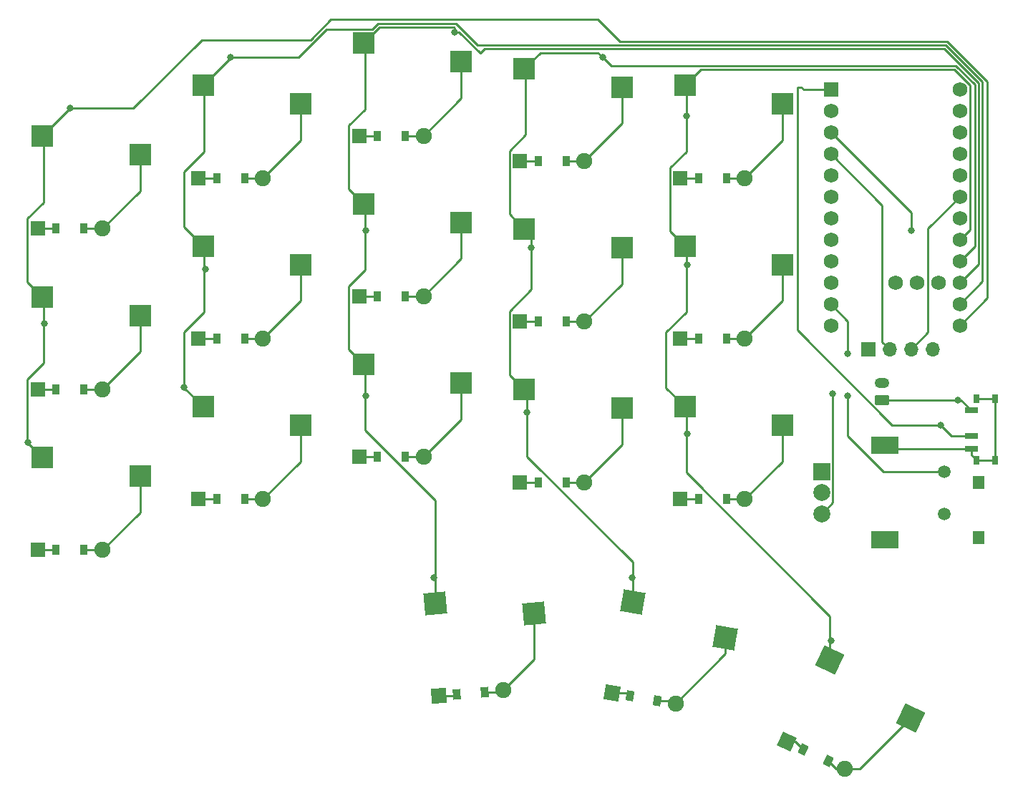
<source format=gbr>
%TF.GenerationSoftware,KiCad,Pcbnew,8.0.1*%
%TF.CreationDate,2024-03-26T11:55:02+01:00*%
%TF.ProjectId,main_board,6d61696e-5f62-46f6-9172-642e6b696361,v1.0.0*%
%TF.SameCoordinates,Original*%
%TF.FileFunction,Copper,L2,Bot*%
%TF.FilePolarity,Positive*%
%FSLAX46Y46*%
G04 Gerber Fmt 4.6, Leading zero omitted, Abs format (unit mm)*
G04 Created by KiCad (PCBNEW 8.0.1) date 2024-03-26 11:55:02*
%MOMM*%
%LPD*%
G01*
G04 APERTURE LIST*
G04 Aperture macros list*
%AMRoundRect*
0 Rectangle with rounded corners*
0 $1 Rounding radius*
0 $2 $3 $4 $5 $6 $7 $8 $9 X,Y pos of 4 corners*
0 Add a 4 corners polygon primitive as box body*
4,1,4,$2,$3,$4,$5,$6,$7,$8,$9,$2,$3,0*
0 Add four circle primitives for the rounded corners*
1,1,$1+$1,$2,$3*
1,1,$1+$1,$4,$5*
1,1,$1+$1,$6,$7*
1,1,$1+$1,$8,$9*
0 Add four rect primitives between the rounded corners*
20,1,$1+$1,$2,$3,$4,$5,0*
20,1,$1+$1,$4,$5,$6,$7,0*
20,1,$1+$1,$6,$7,$8,$9,0*
20,1,$1+$1,$8,$9,$2,$3,0*%
%AMRotRect*
0 Rectangle, with rotation*
0 The origin of the aperture is its center*
0 $1 length*
0 $2 width*
0 $3 Rotation angle, in degrees counterclockwise*
0 Add horizontal line*
21,1,$1,$2,0,0,$3*%
G04 Aperture macros list end*
%TA.AperFunction,ComponentPad*%
%ADD10R,1.778000X1.778000*%
%TD*%
%TA.AperFunction,SMDPad,CuDef*%
%ADD11R,0.900000X1.200000*%
%TD*%
%TA.AperFunction,ComponentPad*%
%ADD12C,1.905000*%
%TD*%
%TA.AperFunction,ComponentPad*%
%ADD13R,3.200000X2.000000*%
%TD*%
%TA.AperFunction,ComponentPad*%
%ADD14C,1.500000*%
%TD*%
%TA.AperFunction,ComponentPad*%
%ADD15R,2.000000X2.000000*%
%TD*%
%TA.AperFunction,ComponentPad*%
%ADD16C,2.000000*%
%TD*%
%TA.AperFunction,SMDPad,CuDef*%
%ADD17R,2.600000X2.600000*%
%TD*%
%TA.AperFunction,SMDPad,CuDef*%
%ADD18RotRect,2.600000X2.600000X350.000000*%
%TD*%
%TA.AperFunction,ComponentPad*%
%ADD19RotRect,1.778000X1.778000X335.000000*%
%TD*%
%TA.AperFunction,SMDPad,CuDef*%
%ADD20RotRect,0.900000X1.200000X335.000000*%
%TD*%
%TA.AperFunction,SMDPad,CuDef*%
%ADD21RotRect,2.600000X2.600000X5.000000*%
%TD*%
%TA.AperFunction,ComponentPad*%
%ADD22RotRect,1.778000X1.778000X350.000000*%
%TD*%
%TA.AperFunction,SMDPad,CuDef*%
%ADD23RotRect,0.900000X1.200000X350.000000*%
%TD*%
%TA.AperFunction,ComponentPad*%
%ADD24R,1.400000X1.500000*%
%TD*%
%TA.AperFunction,ComponentPad*%
%ADD25R,1.752600X1.752600*%
%TD*%
%TA.AperFunction,ComponentPad*%
%ADD26C,1.752600*%
%TD*%
%TA.AperFunction,ComponentPad*%
%ADD27R,1.700000X1.700000*%
%TD*%
%TA.AperFunction,ComponentPad*%
%ADD28O,1.700000X1.700000*%
%TD*%
%TA.AperFunction,SMDPad,CuDef*%
%ADD29RotRect,2.600000X2.600000X335.000000*%
%TD*%
%TA.AperFunction,ComponentPad*%
%ADD30RoundRect,0.250000X0.625000X-0.350000X0.625000X0.350000X-0.625000X0.350000X-0.625000X-0.350000X0*%
%TD*%
%TA.AperFunction,ComponentPad*%
%ADD31O,1.750000X1.200000*%
%TD*%
%TA.AperFunction,SMDPad,CuDef*%
%ADD32R,0.800000X1.000000*%
%TD*%
%TA.AperFunction,SMDPad,CuDef*%
%ADD33R,1.500000X0.700000*%
%TD*%
%TA.AperFunction,ComponentPad*%
%ADD34RotRect,1.778000X1.778000X5.000000*%
%TD*%
%TA.AperFunction,SMDPad,CuDef*%
%ADD35RotRect,0.900000X1.200000X5.000000*%
%TD*%
%TA.AperFunction,ViaPad*%
%ADD36C,0.800000*%
%TD*%
%TA.AperFunction,Conductor*%
%ADD37C,0.250000*%
%TD*%
G04 APERTURE END LIST*
D10*
%TO.P,D3,1*%
%TO.N,P21*%
X187190000Y-54250000D03*
D11*
X189350000Y-54250000D03*
%TO.P,D3,2*%
%TO.N,pinky_top*%
X192650000Y-54250000D03*
D12*
X194810000Y-54250000D03*
%TD*%
D13*
%TO.P,ROT1,*%
%TO.N,*%
X287380000Y-79860000D03*
X287380000Y-91060000D03*
D14*
%TO.P,ROT1,1*%
%TO.N,P16*%
X294380000Y-82960000D03*
%TO.P,ROT1,2*%
%TO.N,GND*%
X294380000Y-87960000D03*
D15*
%TO.P,ROT1,A*%
%TO.N,P15*%
X279880000Y-82960000D03*
D16*
%TO.P,ROT1,B*%
%TO.N,P14*%
X279880000Y-87960000D03*
%TO.P,ROT1,C*%
%TO.N,GND*%
X279880000Y-85460000D03*
%TD*%
D17*
%TO.P,S3,1*%
%TO.N,P9*%
X187725000Y-43300000D03*
%TO.P,S3,2*%
%TO.N,pinky_top*%
X199275000Y-45500000D03*
%TD*%
D18*
%TO.P,S17,1*%
%TO.N,P6*%
X257525767Y-98439132D03*
%TO.P,S17,2*%
%TO.N,layer_cluster*%
X268518271Y-102611346D03*
%TD*%
D19*
%TO.P,D18,1*%
%TO.N,P18*%
X275759281Y-114933613D03*
D20*
X277716906Y-115846469D03*
%TO.P,D18,2*%
%TO.N,space_cluster*%
X280707722Y-117241109D03*
D12*
X282665347Y-118153965D03*
%TD*%
D17*
%TO.P,S1,1*%
%TO.N,P9*%
X187725000Y-81300000D03*
%TO.P,S1,2*%
%TO.N,pinky_bottom*%
X199275000Y-83500000D03*
%TD*%
D21*
%TO.P,S16,1*%
%TO.N,P7*%
X234196639Y-98567781D03*
%TO.P,S16,2*%
%TO.N,mod_cluster*%
X245894430Y-99752760D03*
%TD*%
D17*
%TO.P,S15,1*%
%TO.N,P5*%
X263725000Y-37300000D03*
%TO.P,S15,2*%
%TO.N,inner_top*%
X275275000Y-39500000D03*
%TD*%
D10*
%TO.P,D15,1*%
%TO.N,P21*%
X263190000Y-48250000D03*
D11*
X265350000Y-48250000D03*
%TO.P,D15,2*%
%TO.N,inner_top*%
X268650000Y-48250000D03*
D12*
X270810000Y-48250000D03*
%TD*%
D17*
%TO.P,S14,1*%
%TO.N,P5*%
X263725000Y-56300000D03*
%TO.P,S14,2*%
%TO.N,inner_home*%
X275275000Y-58500000D03*
%TD*%
%TO.P,S9,1*%
%TO.N,P7*%
X225725000Y-32300000D03*
%TO.P,S9,2*%
%TO.N,middle_top*%
X237275000Y-34500000D03*
%TD*%
D22*
%TO.P,D17,1*%
%TO.N,P18*%
X255097445Y-109129875D03*
D23*
X257224632Y-109504956D03*
%TO.P,D17,2*%
%TO.N,layer_cluster*%
X260474498Y-110077994D03*
D12*
X262601685Y-110453075D03*
%TD*%
D10*
%TO.P,D8,1*%
%TO.N,P20*%
X225190000Y-62250000D03*
D11*
X227350000Y-62250000D03*
%TO.P,D8,2*%
%TO.N,middle_home*%
X230650000Y-62250000D03*
D12*
X232810000Y-62250000D03*
%TD*%
D17*
%TO.P,S10,1*%
%TO.N,P6*%
X244725000Y-73300000D03*
%TO.P,S10,2*%
%TO.N,index_bottom*%
X256275000Y-75500000D03*
%TD*%
D10*
%TO.P,D6,1*%
%TO.N,P21*%
X206190000Y-48250000D03*
D11*
X208350000Y-48250000D03*
%TO.P,D6,2*%
%TO.N,ring_top*%
X211650000Y-48250000D03*
D12*
X213810000Y-48250000D03*
%TD*%
D10*
%TO.P,D4,1*%
%TO.N,P19*%
X206190000Y-86250000D03*
D11*
X208350000Y-86250000D03*
%TO.P,D4,2*%
%TO.N,ring_bottom*%
X211650000Y-86250000D03*
D12*
X213810000Y-86250000D03*
%TD*%
D17*
%TO.P,S4,1*%
%TO.N,P8*%
X206725000Y-75300000D03*
%TO.P,S4,2*%
%TO.N,ring_bottom*%
X218275000Y-77500000D03*
%TD*%
%TO.P,S6,1*%
%TO.N,P8*%
X206725000Y-37300000D03*
%TO.P,S6,2*%
%TO.N,ring_top*%
X218275000Y-39500000D03*
%TD*%
D10*
%TO.P,D5,1*%
%TO.N,P20*%
X206190000Y-67250000D03*
D11*
X208350000Y-67250000D03*
%TO.P,D5,2*%
%TO.N,ring_home*%
X211650000Y-67250000D03*
D12*
X213810000Y-67250000D03*
%TD*%
D10*
%TO.P,D12,1*%
%TO.N,P21*%
X244190000Y-46250000D03*
D11*
X246350000Y-46250000D03*
%TO.P,D12,2*%
%TO.N,index_top*%
X249650000Y-46250000D03*
D12*
X251810000Y-46250000D03*
%TD*%
D24*
%TO.P,S19,1*%
%TO.N,RST*%
X298500000Y-90750000D03*
%TO.P,S19,2*%
%TO.N,GND*%
X298500000Y-84250000D03*
%TD*%
D17*
%TO.P,S11,1*%
%TO.N,P6*%
X244725000Y-54300000D03*
%TO.P,S11,2*%
%TO.N,index_home*%
X256275000Y-56500000D03*
%TD*%
D10*
%TO.P,D1,1*%
%TO.N,P19*%
X187190000Y-92250000D03*
D11*
X189350000Y-92250000D03*
%TO.P,D1,2*%
%TO.N,pinky_bottom*%
X192650000Y-92250000D03*
D12*
X194810000Y-92250000D03*
%TD*%
D10*
%TO.P,D9,1*%
%TO.N,P21*%
X225190000Y-43250000D03*
D11*
X227350000Y-43250000D03*
%TO.P,D9,2*%
%TO.N,middle_top*%
X230650000Y-43250000D03*
D12*
X232810000Y-43250000D03*
%TD*%
D17*
%TO.P,S8,1*%
%TO.N,P7*%
X225725000Y-51300000D03*
%TO.P,S8,2*%
%TO.N,middle_home*%
X237275000Y-53500000D03*
%TD*%
D10*
%TO.P,D10,1*%
%TO.N,P19*%
X244190000Y-84250000D03*
D11*
X246350000Y-84250000D03*
%TO.P,D10,2*%
%TO.N,index_bottom*%
X249650000Y-84250000D03*
D12*
X251810000Y-84250000D03*
%TD*%
D25*
%TO.P,MCU1,1*%
%TO.N,RAW*%
X280980000Y-37780000D03*
D26*
%TO.P,MCU1,2*%
%TO.N,GND*%
X280980000Y-40320000D03*
%TO.P,MCU1,3*%
%TO.N,RST*%
X280980000Y-42860000D03*
%TO.P,MCU1,4*%
%TO.N,VCC*%
X280980000Y-45400000D03*
%TO.P,MCU1,5*%
%TO.N,P21*%
X280980000Y-47940000D03*
%TO.P,MCU1,6*%
%TO.N,P20*%
X280980000Y-50480000D03*
%TO.P,MCU1,7*%
%TO.N,P19*%
X280980000Y-53020000D03*
%TO.P,MCU1,8*%
%TO.N,P18*%
X280980000Y-55560000D03*
%TO.P,MCU1,9*%
%TO.N,P15*%
X280980000Y-58100000D03*
%TO.P,MCU1,10*%
%TO.N,P14*%
X280980000Y-60640000D03*
%TO.P,MCU1,11*%
%TO.N,P16*%
X280980000Y-63180000D03*
%TO.P,MCU1,12*%
%TO.N,P10*%
X280980000Y-65720000D03*
%TO.P,MCU1,13*%
%TO.N,P1*%
X296220000Y-37780000D03*
%TO.P,MCU1,14*%
%TO.N,P0*%
X296220000Y-40320000D03*
%TO.P,MCU1,15*%
%TO.N,GND*%
X296220000Y-42860000D03*
%TO.P,MCU1,16*%
X296220000Y-45400000D03*
%TO.P,MCU1,17*%
%TO.N,P2*%
X296220000Y-47940000D03*
%TO.P,MCU1,18*%
%TO.N,P3*%
X296220000Y-50480000D03*
%TO.P,MCU1,19*%
%TO.N,P4*%
X296220000Y-53020000D03*
%TO.P,MCU1,20*%
%TO.N,P5*%
X296220000Y-55560000D03*
%TO.P,MCU1,21*%
%TO.N,P6*%
X296220000Y-58100000D03*
%TO.P,MCU1,22*%
%TO.N,P7*%
X296220000Y-60640000D03*
%TO.P,MCU1,23*%
%TO.N,P8*%
X296220000Y-63180000D03*
%TO.P,MCU1,24*%
%TO.N,P9*%
X296220000Y-65720000D03*
%TO.P,MCU1,25*%
%TO.N,NN_101*%
X293680000Y-60640000D03*
%TO.P,MCU1,26*%
%TO.N,NN_102*%
X291140000Y-60640000D03*
%TO.P,MCU1,27*%
%TO.N,NN_107*%
X288600000Y-60640000D03*
%TD*%
D17*
%TO.P,S7,1*%
%TO.N,P7*%
X225725000Y-70300000D03*
%TO.P,S7,2*%
%TO.N,middle_bottom*%
X237275000Y-72500000D03*
%TD*%
D27*
%TO.P,OLED1,1*%
%TO.N,GND*%
X285380000Y-68500000D03*
D28*
%TO.P,OLED1,2*%
%TO.N,VCC*%
X287920000Y-68500000D03*
%TO.P,OLED1,3*%
%TO.N,P3*%
X290460000Y-68500000D03*
%TO.P,OLED1,4*%
%TO.N,P2*%
X293000000Y-68500000D03*
%TD*%
D29*
%TO.P,S18,1*%
%TO.N,P5*%
X280871826Y-105235644D03*
%TO.P,S18,2*%
%TO.N,space_cluster*%
X290409920Y-112110762D03*
%TD*%
D30*
%TO.P,_1,1*%
%TO.N,pos*%
X287050000Y-74500000D03*
D31*
%TO.P,_1,2*%
%TO.N,GND*%
X287050000Y-72500000D03*
%TD*%
D10*
%TO.P,D14,1*%
%TO.N,P20*%
X263190000Y-67250000D03*
D11*
X265350000Y-67250000D03*
%TO.P,D14,2*%
%TO.N,inner_home*%
X268650000Y-67250000D03*
D12*
X270810000Y-67250000D03*
%TD*%
D10*
%TO.P,D13,1*%
%TO.N,P19*%
X263190000Y-86250000D03*
D11*
X265350000Y-86250000D03*
%TO.P,D13,2*%
%TO.N,inner_bottom*%
X268650000Y-86250000D03*
D12*
X270810000Y-86250000D03*
%TD*%
D17*
%TO.P,S13,1*%
%TO.N,P5*%
X263725000Y-75300000D03*
%TO.P,S13,2*%
%TO.N,inner_bottom*%
X275275000Y-77500000D03*
%TD*%
D10*
%TO.P,D7,1*%
%TO.N,P19*%
X225190000Y-81250000D03*
D11*
X227350000Y-81250000D03*
%TO.P,D7,2*%
%TO.N,middle_bottom*%
X230650000Y-81250000D03*
D12*
X232810000Y-81250000D03*
%TD*%
D17*
%TO.P,S2,1*%
%TO.N,P9*%
X187725000Y-62300000D03*
%TO.P,S2,2*%
%TO.N,pinky_home*%
X199275000Y-64500000D03*
%TD*%
D32*
%TO.P,T1,*%
%TO.N,*%
X298220000Y-81650000D03*
X300430000Y-81650000D03*
D33*
X297570000Y-80250000D03*
D32*
X298220000Y-74350000D03*
X300430000Y-74350000D03*
D33*
%TO.P,T1,1*%
%TO.N,pos*%
X297570000Y-75750000D03*
%TO.P,T1,2*%
%TO.N,RAW*%
X297570000Y-78750000D03*
%TD*%
D10*
%TO.P,D2,1*%
%TO.N,P20*%
X187190000Y-73250000D03*
D11*
X189350000Y-73250000D03*
%TO.P,D2,2*%
%TO.N,pinky_home*%
X192650000Y-73250000D03*
D12*
X194810000Y-73250000D03*
%TD*%
D17*
%TO.P,S12,1*%
%TO.N,P6*%
X244725000Y-35300000D03*
%TO.P,S12,2*%
%TO.N,index_top*%
X256275000Y-37500000D03*
%TD*%
%TO.P,S5,1*%
%TO.N,P8*%
X206725000Y-56300000D03*
%TO.P,S5,2*%
%TO.N,ring_home*%
X218275000Y-58500000D03*
%TD*%
D10*
%TO.P,D11,1*%
%TO.N,P20*%
X244190000Y-65250000D03*
D11*
X246350000Y-65250000D03*
%TO.P,D11,2*%
%TO.N,index_home*%
X249650000Y-65250000D03*
D12*
X251810000Y-65250000D03*
%TD*%
D34*
%TO.P,D16,1*%
%TO.N,P18*%
X234618030Y-109522740D03*
D35*
X236769811Y-109334484D03*
%TO.P,D16,2*%
%TO.N,mod_cluster*%
X240057253Y-109046870D03*
D12*
X242209034Y-108858614D03*
%TD*%
D36*
%TO.N,P14*%
X281205000Y-73795000D03*
%TO.N,P16*%
X283000000Y-74000000D03*
X283000000Y-69000000D03*
%TO.N,P7*%
X236500000Y-31000000D03*
X226000000Y-74000000D03*
X234000000Y-95500000D03*
X226000000Y-54500000D03*
%TO.N,P9*%
X188000000Y-65500000D03*
X191000000Y-40000000D03*
X186000000Y-79500000D03*
%TO.N,RAW*%
X294000000Y-77500000D03*
%TO.N,RST*%
X290500000Y-54500000D03*
%TO.N,P5*%
X263908902Y-40942671D03*
X281000000Y-103000000D03*
X264000000Y-78500000D03*
X264000000Y-58500000D03*
%TO.N,P6*%
X254000000Y-34000000D03*
X245500000Y-56500000D03*
X257500000Y-95500000D03*
X245000000Y-76000000D03*
%TO.N,P8*%
X210000000Y-34000000D03*
X207000000Y-59000000D03*
X204500000Y-73000000D03*
%TO.N,pos*%
X296000000Y-74500000D03*
%TD*%
D37*
%TO.N,*%
X297570000Y-80250000D02*
X287770000Y-80250000D01*
X287770000Y-80250000D02*
X287380000Y-79860000D01*
X298220000Y-74350000D02*
X300430000Y-74350000D01*
X298220000Y-81650000D02*
X300430000Y-81650000D01*
X297570000Y-81000000D02*
X298220000Y-81650000D01*
X297570000Y-80250000D02*
X297570000Y-81000000D01*
X300430000Y-74350000D02*
X300430000Y-81650000D01*
%TO.N,P14*%
X281205000Y-73795000D02*
X281205000Y-86635000D01*
X281205000Y-86635000D02*
X279880000Y-87960000D01*
%TO.N,pinky_bottom*%
X192650000Y-92250000D02*
X194810000Y-92250000D01*
X199275000Y-87785000D02*
X194810000Y-92250000D01*
X199275000Y-83500000D02*
X199275000Y-87785000D01*
%TO.N,pinky_home*%
X199275000Y-64500000D02*
X199275000Y-68785000D01*
X192650000Y-73250000D02*
X194810000Y-73250000D01*
X199275000Y-68785000D02*
X194810000Y-73250000D01*
%TO.N,pinky_top*%
X199275000Y-49785000D02*
X194810000Y-54250000D01*
X192650000Y-54250000D02*
X194810000Y-54250000D01*
X199275000Y-45500000D02*
X199275000Y-49785000D01*
%TO.N,P16*%
X287230000Y-82960000D02*
X283000000Y-78730000D01*
X283000000Y-78730000D02*
X283000000Y-74000000D01*
X294380000Y-82960000D02*
X287230000Y-82960000D01*
X280980000Y-63180000D02*
X283000000Y-65200000D01*
X283000000Y-65200000D02*
X283000000Y-69000000D01*
%TO.N,ring_bottom*%
X218275000Y-81785000D02*
X213810000Y-86250000D01*
X213810000Y-86250000D02*
X211650000Y-86250000D01*
X218275000Y-77500000D02*
X218275000Y-81785000D01*
%TO.N,ring_home*%
X211650000Y-67250000D02*
X213810000Y-67250000D01*
X218275000Y-62785000D02*
X213810000Y-67250000D01*
X218275000Y-58500000D02*
X218275000Y-62785000D01*
%TO.N,ring_top*%
X218275000Y-43785000D02*
X213810000Y-48250000D01*
X218275000Y-39500000D02*
X218275000Y-43785000D01*
X211650000Y-48250000D02*
X213810000Y-48250000D01*
%TO.N,middle_bottom*%
X230650000Y-81250000D02*
X232810000Y-81250000D01*
X237275000Y-72500000D02*
X237275000Y-76785000D01*
X237275000Y-76785000D02*
X232810000Y-81250000D01*
%TO.N,middle_home*%
X237275000Y-53500000D02*
X237275000Y-57785000D01*
X232810000Y-62250000D02*
X230650000Y-62250000D01*
X237275000Y-57785000D02*
X232810000Y-62250000D01*
%TO.N,middle_top*%
X237275000Y-38785000D02*
X232810000Y-43250000D01*
X230650000Y-43250000D02*
X232810000Y-43250000D01*
X237275000Y-34500000D02*
X237275000Y-38785000D01*
%TO.N,P7*%
X234196639Y-95303361D02*
X234000000Y-95500000D01*
X225875000Y-54625000D02*
X225875000Y-59137000D01*
X223976000Y-42036000D02*
X223976000Y-49551000D01*
X225725000Y-32300000D02*
X225875000Y-32450000D01*
X227600000Y-30425000D02*
X236425000Y-30425000D01*
X226000000Y-54500000D02*
X225875000Y-54625000D01*
X236425000Y-30425000D02*
X236500000Y-30500000D01*
X225875000Y-54375000D02*
X226000000Y-54500000D01*
X294386687Y-32975000D02*
X298450000Y-37038313D01*
X225875000Y-74125000D02*
X225875000Y-78075000D01*
X225875000Y-51450000D02*
X225875000Y-54375000D01*
X236500000Y-30500000D02*
X236500000Y-31000000D01*
X234000000Y-95500000D02*
X234196639Y-95696639D01*
X225875000Y-73875000D02*
X226000000Y-74000000D01*
X237000000Y-31000000D02*
X239500000Y-33500000D01*
X225875000Y-70450000D02*
X225875000Y-73875000D01*
X298450000Y-37038313D02*
X298450000Y-58410000D01*
X225725000Y-51300000D02*
X225875000Y-51450000D01*
X234196639Y-95696639D02*
X234196639Y-98567781D01*
X225725000Y-70300000D02*
X225875000Y-70450000D01*
X223976000Y-68551000D02*
X225725000Y-70300000D01*
X225875000Y-59137000D02*
X223976000Y-61036000D01*
X234196639Y-86396639D02*
X234196639Y-95303361D01*
X223976000Y-61036000D02*
X223976000Y-68551000D01*
X226000000Y-74000000D02*
X225875000Y-74125000D01*
X236500000Y-31000000D02*
X237000000Y-31000000D01*
X239500000Y-33500000D02*
X240025000Y-32975000D01*
X298450000Y-58410000D02*
X296220000Y-60640000D01*
X225875000Y-40137000D02*
X223976000Y-42036000D01*
X223976000Y-49551000D02*
X225725000Y-51300000D01*
X240025000Y-32975000D02*
X294386687Y-32975000D01*
X225875000Y-78075000D02*
X234196639Y-86396639D01*
X225725000Y-32300000D02*
X227600000Y-30425000D01*
X225875000Y-32450000D02*
X225875000Y-40137000D01*
%TO.N,index_bottom*%
X256275000Y-79785000D02*
X251810000Y-84250000D01*
X249650000Y-84250000D02*
X251810000Y-84250000D01*
X256275000Y-75500000D02*
X256275000Y-79785000D01*
%TO.N,index_home*%
X256275000Y-56500000D02*
X256275000Y-60785000D01*
X251810000Y-65250000D02*
X249650000Y-65250000D01*
X256275000Y-60785000D02*
X251810000Y-65250000D01*
%TO.N,index_top*%
X256275000Y-41785000D02*
X251810000Y-46250000D01*
X249650000Y-46250000D02*
X251810000Y-46250000D01*
X256275000Y-37500000D02*
X256275000Y-41785000D01*
%TO.N,P9*%
X299500000Y-36815521D02*
X299500000Y-62440000D01*
X253450000Y-29525000D02*
X256000000Y-32075000D01*
X188000000Y-65500000D02*
X187875000Y-65625000D01*
X187725000Y-43300000D02*
X191000000Y-40025000D01*
X191000000Y-40000000D02*
X191025000Y-40000000D01*
X187875000Y-62875000D02*
X187875000Y-65375000D01*
X186000000Y-79500000D02*
X185976000Y-79524000D01*
X191025000Y-40000000D02*
X198500000Y-40000000D01*
X294759479Y-32075000D02*
X299500000Y-36815521D01*
X187725000Y-43300000D02*
X187875000Y-43450000D01*
X187875000Y-70137000D02*
X185976000Y-72036000D01*
X256000000Y-32075000D02*
X294759479Y-32075000D01*
X185976000Y-60551000D02*
X187725000Y-62300000D01*
X185976000Y-79551000D02*
X187725000Y-81300000D01*
X299500000Y-62440000D02*
X296220000Y-65720000D01*
X191000000Y-40025000D02*
X191000000Y-40000000D01*
X187875000Y-43450000D02*
X187875000Y-51125000D01*
X206568198Y-31931802D02*
X219431802Y-31931802D01*
X187875000Y-65375000D02*
X188000000Y-65500000D01*
X185976000Y-79524000D02*
X185976000Y-79551000D01*
X198500000Y-40000000D02*
X206568198Y-31931802D01*
X191025000Y-40000000D02*
X191025000Y-40000000D01*
X185976000Y-53024000D02*
X185976000Y-60551000D01*
X187725000Y-62725000D02*
X187875000Y-62875000D01*
X221838604Y-29525000D02*
X253450000Y-29525000D01*
X187875000Y-51125000D02*
X185976000Y-53024000D01*
X219431802Y-31931802D02*
X221838604Y-29525000D01*
X187725000Y-62300000D02*
X187725000Y-62725000D01*
X187875000Y-65625000D02*
X187875000Y-70137000D01*
X185976000Y-72036000D02*
X185976000Y-79476000D01*
X185976000Y-79476000D02*
X186000000Y-79500000D01*
%TO.N,inner_bottom*%
X268650000Y-86250000D02*
X270810000Y-86250000D01*
X275275000Y-77500000D02*
X275275000Y-81785000D01*
X275275000Y-81785000D02*
X270810000Y-86250000D01*
%TO.N,inner_home*%
X275275000Y-62785000D02*
X270810000Y-67250000D01*
X270810000Y-67250000D02*
X268650000Y-67250000D01*
X275275000Y-58500000D02*
X275275000Y-62785000D01*
%TO.N,inner_top*%
X275275000Y-39500000D02*
X275275000Y-43785000D01*
X275275000Y-43785000D02*
X270810000Y-48250000D01*
X268650000Y-48250000D02*
X270810000Y-48250000D01*
%TO.N,mod_cluster*%
X245894430Y-105173218D02*
X242209034Y-108858614D01*
X240057253Y-109046870D02*
X242020778Y-109046870D01*
X242020778Y-109046870D02*
X242209034Y-108858614D01*
X245894430Y-99752760D02*
X245894430Y-105173218D01*
%TO.N,layer_cluster*%
X268518271Y-102611346D02*
X268518271Y-104536489D01*
X260474498Y-110077994D02*
X262226604Y-110077994D01*
X262226604Y-110077994D02*
X262601685Y-110453075D01*
X268518271Y-104536489D02*
X262601685Y-110453075D01*
%TO.N,space_cluster*%
X281620578Y-118153965D02*
X280707722Y-117241109D01*
X290409920Y-112110762D02*
X284366717Y-118153965D01*
X284366717Y-118153965D02*
X282665347Y-118153965D01*
X282665347Y-118153965D02*
X281620578Y-118153965D01*
%TO.N,RAW*%
X277500000Y-37500000D02*
X277780000Y-37780000D01*
X288254900Y-77500000D02*
X277000000Y-66245100D01*
X295250000Y-78750000D02*
X294000000Y-77500000D01*
X294000000Y-77500000D02*
X288254900Y-77500000D01*
X277000000Y-66245100D02*
X277000000Y-37500000D01*
X297570000Y-78750000D02*
X295250000Y-78750000D01*
X277000000Y-37500000D02*
X277500000Y-37500000D01*
X277780000Y-37780000D02*
X280980000Y-37780000D01*
%TO.N,RST*%
X290500000Y-52380000D02*
X280980000Y-42860000D01*
X290500000Y-54500000D02*
X290500000Y-52380000D01*
%TO.N,VCC*%
X287070000Y-67650000D02*
X287070000Y-51490000D01*
X287070000Y-51490000D02*
X280980000Y-45400000D01*
X287920000Y-68500000D02*
X287070000Y-67650000D01*
%TO.N,P21*%
X206190000Y-48250000D02*
X208350000Y-48250000D01*
X263190000Y-48250000D02*
X265350000Y-48250000D01*
X187190000Y-54250000D02*
X189350000Y-54250000D01*
X244190000Y-46250000D02*
X246350000Y-46250000D01*
X225190000Y-43250000D02*
X227350000Y-43250000D01*
%TO.N,P20*%
X187190000Y-73250000D02*
X189350000Y-73250000D01*
X263190000Y-67250000D02*
X265350000Y-67250000D01*
X225190000Y-62250000D02*
X227350000Y-62250000D01*
X244190000Y-65250000D02*
X246350000Y-65250000D01*
X206190000Y-67250000D02*
X208350000Y-67250000D01*
%TO.N,P19*%
X208350000Y-86250000D02*
X206190000Y-86250000D01*
X263190000Y-86250000D02*
X265350000Y-86250000D01*
X244190000Y-84250000D02*
X246350000Y-84250000D01*
X225190000Y-81250000D02*
X227350000Y-81250000D01*
X187190000Y-92250000D02*
X189350000Y-92250000D01*
%TO.N,P18*%
X256849551Y-109129875D02*
X257224632Y-109504956D01*
X234618030Y-109522740D02*
X236581555Y-109522740D01*
X275759281Y-114933613D02*
X276804050Y-114933613D01*
X236581555Y-109522740D02*
X236769811Y-109334484D01*
X276804050Y-114933613D02*
X277716906Y-115846469D01*
X255097445Y-109129875D02*
X256849551Y-109129875D01*
%TO.N,P3*%
X292478700Y-54221300D02*
X292478700Y-66481300D01*
X296220000Y-50480000D02*
X292478700Y-54221300D01*
X292478700Y-66481300D02*
X290460000Y-68500000D01*
%TO.N,P5*%
X263875000Y-58625000D02*
X263875000Y-64137000D01*
X263875000Y-37450000D02*
X263875000Y-40908769D01*
X263725000Y-37300000D02*
X265600000Y-35425000D01*
X263725000Y-56300000D02*
X263875000Y-56450000D01*
X261976000Y-47036000D02*
X261976000Y-54551000D01*
X261976000Y-54551000D02*
X263725000Y-56300000D01*
X263875000Y-78625000D02*
X263875000Y-83075000D01*
X280871826Y-100071826D02*
X280871826Y-102871826D01*
X261500000Y-66512000D02*
X261500000Y-73075000D01*
X281000000Y-103000000D02*
X280871826Y-103128174D01*
X263875000Y-83075000D02*
X280871826Y-100071826D01*
X263875000Y-78375000D02*
X264000000Y-78500000D01*
X265600000Y-35425000D02*
X295563895Y-35425000D01*
X264000000Y-58500000D02*
X263875000Y-58625000D01*
X263875000Y-40976573D02*
X263875000Y-45137000D01*
X280871826Y-103128174D02*
X280871826Y-105235644D01*
X297421300Y-37282405D02*
X297421300Y-54358700D01*
X261500000Y-73075000D02*
X263725000Y-75300000D01*
X263875000Y-58375000D02*
X264000000Y-58500000D01*
X295563895Y-35425000D02*
X297421300Y-37282405D01*
X263875000Y-40908769D02*
X263908902Y-40942671D01*
X263875000Y-56450000D02*
X263875000Y-58375000D01*
X263875000Y-75450000D02*
X263875000Y-78375000D01*
X263875000Y-64137000D02*
X261500000Y-66512000D01*
X263725000Y-37300000D02*
X263875000Y-37450000D01*
X263875000Y-45137000D02*
X261976000Y-47036000D01*
X264000000Y-78500000D02*
X263875000Y-78625000D01*
X297421300Y-54358700D02*
X296220000Y-55560000D01*
X263908902Y-40942671D02*
X263875000Y-40976573D01*
X263725000Y-75300000D02*
X263875000Y-75450000D01*
X280871826Y-102871826D02*
X281000000Y-103000000D01*
%TO.N,P6*%
X244725000Y-35300000D02*
X244875000Y-35450000D01*
X245575000Y-56575000D02*
X245575000Y-61437000D01*
X244725000Y-54300000D02*
X245575000Y-55150000D01*
X242976000Y-45036000D02*
X242976000Y-52551000D01*
X242976000Y-52551000D02*
X244725000Y-54300000D01*
X253425000Y-33425000D02*
X254000000Y-34000000D01*
X242976000Y-71551000D02*
X244725000Y-73300000D01*
X244875000Y-43137000D02*
X242976000Y-45036000D01*
X245004999Y-81179999D02*
X257525767Y-93700767D01*
X295750291Y-34975000D02*
X298000000Y-37224709D01*
X245004999Y-75995001D02*
X245000000Y-76000000D01*
X244725000Y-73300000D02*
X245004999Y-73579999D01*
X245575000Y-56425000D02*
X245500000Y-56500000D01*
X254000000Y-34000000D02*
X255000000Y-35000000D01*
X255025000Y-34975000D02*
X295750291Y-34975000D01*
X246600000Y-33425000D02*
X253425000Y-33425000D01*
X298000000Y-37224709D02*
X298000000Y-56320000D01*
X245004999Y-76004999D02*
X245004999Y-81179999D01*
X257525767Y-95525767D02*
X257525767Y-98439132D01*
X244875000Y-35450000D02*
X244875000Y-43137000D01*
X257525767Y-95474233D02*
X257500000Y-95500000D01*
X245575000Y-61437000D02*
X242976000Y-64036000D01*
X245500000Y-56500000D02*
X245575000Y-56575000D01*
X257525767Y-93700767D02*
X257525767Y-95474233D01*
X245004999Y-73579999D02*
X245004999Y-75995001D01*
X298000000Y-56320000D02*
X296220000Y-58100000D01*
X257500000Y-95500000D02*
X257525767Y-95525767D01*
X245000000Y-76000000D02*
X245004999Y-76004999D01*
X245575000Y-55150000D02*
X245575000Y-56425000D01*
X242976000Y-64036000D02*
X242976000Y-71551000D01*
X255000000Y-35000000D02*
X255025000Y-34975000D01*
X244725000Y-35300000D02*
X246600000Y-33425000D01*
%TO.N,P8*%
X210025000Y-34000000D02*
X210000000Y-34000000D01*
X218000000Y-34000000D02*
X210025000Y-34000000D01*
X239161396Y-32525000D02*
X294573083Y-32525000D01*
X204500000Y-54075000D02*
X206725000Y-56300000D01*
X226713604Y-30675000D02*
X227413604Y-29975000D01*
X298900000Y-60500000D02*
X296220000Y-63180000D01*
X227413604Y-29975000D02*
X236611396Y-29975000D01*
X210000000Y-34025000D02*
X206725000Y-37300000D01*
X210025000Y-34000000D02*
X210025000Y-34000000D01*
X207000000Y-59000000D02*
X206875000Y-59125000D01*
X204500000Y-47500000D02*
X204500000Y-54075000D01*
X206875000Y-64075000D02*
X204500000Y-66450000D01*
X206725000Y-56300000D02*
X206875000Y-56450000D01*
X221325000Y-30675000D02*
X218000000Y-34000000D01*
X206725000Y-37300000D02*
X206875000Y-37450000D01*
X206875000Y-58875000D02*
X207000000Y-59000000D01*
X204500000Y-73000000D02*
X204500000Y-73075000D01*
X206875000Y-56450000D02*
X206875000Y-58875000D01*
X204500000Y-73075000D02*
X206725000Y-75300000D01*
X298900000Y-36851917D02*
X298900000Y-60500000D01*
X226713604Y-30675000D02*
X221325000Y-30675000D01*
X206875000Y-45125000D02*
X204500000Y-47500000D01*
X206875000Y-59125000D02*
X206875000Y-64075000D01*
X294573083Y-32525000D02*
X298900000Y-36851917D01*
X210000000Y-34000000D02*
X210000000Y-34025000D01*
X206875000Y-37450000D02*
X206875000Y-45125000D01*
X204500000Y-66450000D02*
X204500000Y-73000000D01*
X236611396Y-29975000D02*
X239161396Y-32525000D01*
%TO.N,pos*%
X287050000Y-74500000D02*
X296000000Y-74500000D01*
X296320000Y-74500000D02*
X297570000Y-75750000D01*
X296000000Y-74500000D02*
X296320000Y-74500000D01*
%TD*%
M02*

</source>
